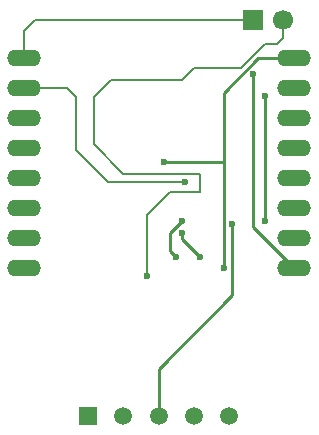
<source format=gbl>
G04 #@! TF.GenerationSoftware,KiCad,Pcbnew,9.0.2*
G04 #@! TF.CreationDate,2025-07-08T18:24:21-03:00*
G04 #@! TF.ProjectId,BottomBoardCam,426f7474-6f6d-4426-9f61-726443616d2e,rev?*
G04 #@! TF.SameCoordinates,Original*
G04 #@! TF.FileFunction,Copper,L2,Bot*
G04 #@! TF.FilePolarity,Positive*
%FSLAX46Y46*%
G04 Gerber Fmt 4.6, Leading zero omitted, Abs format (unit mm)*
G04 Created by KiCad (PCBNEW 9.0.2) date 2025-07-08 18:24:21*
%MOMM*%
%LPD*%
G01*
G04 APERTURE LIST*
G04 #@! TA.AperFunction,ComponentPad*
%ADD10C,1.520000*%
G04 #@! TD*
G04 #@! TA.AperFunction,ComponentPad*
%ADD11R,1.520000X1.520000*%
G04 #@! TD*
G04 #@! TA.AperFunction,ComponentPad*
%ADD12R,1.700000X1.700000*%
G04 #@! TD*
G04 #@! TA.AperFunction,ComponentPad*
%ADD13C,1.700000*%
G04 #@! TD*
G04 #@! TA.AperFunction,ComponentPad*
%ADD14O,2.844800X1.422400*%
G04 #@! TD*
G04 #@! TA.AperFunction,ViaPad*
%ADD15C,0.600000*%
G04 #@! TD*
G04 #@! TA.AperFunction,Conductor*
%ADD16C,0.250000*%
G04 #@! TD*
G04 #@! TA.AperFunction,Conductor*
%ADD17C,0.200000*%
G04 #@! TD*
G04 APERTURE END LIST*
D10*
X162500000Y-105960000D03*
X159500000Y-105960000D03*
X156500000Y-105960000D03*
X153500000Y-105960000D03*
D11*
X150500000Y-105960000D03*
D12*
X164460000Y-72500000D03*
D13*
X167000000Y-72500000D03*
D14*
X145140000Y-75720000D03*
X145140000Y-78260000D03*
X145140000Y-80800000D03*
X145140000Y-83340000D03*
X145140000Y-85880000D03*
X145140000Y-88420000D03*
X145140000Y-90960000D03*
X145140000Y-93500000D03*
X168000000Y-93500000D03*
X168000000Y-90960000D03*
X168000000Y-88420000D03*
X168000000Y-85880000D03*
X168000000Y-83340000D03*
X168000000Y-80800000D03*
X168000000Y-78260000D03*
X168000000Y-75720000D03*
D15*
X162750000Y-89750000D03*
X165500000Y-89500000D03*
X165512621Y-78856288D03*
X158500000Y-89500000D03*
X158500000Y-90500000D03*
X160000000Y-92500000D03*
X158000000Y-92500000D03*
X158705000Y-86205000D03*
X164500000Y-77000000D03*
X155487142Y-94155487D03*
X157000000Y-84500000D03*
X162000000Y-93500000D03*
D16*
X162750000Y-89750000D02*
X162750000Y-95750000D01*
X162750000Y-95750000D02*
X156500000Y-102000000D01*
X156500000Y-102000000D02*
X156500000Y-105960000D01*
X165512621Y-89487379D02*
X165500000Y-89500000D01*
X165512621Y-78856288D02*
X165512621Y-89487379D01*
X160000000Y-92500000D02*
X158500000Y-91000000D01*
X158500000Y-91000000D02*
X158500000Y-90500000D01*
X158000000Y-92500000D02*
X157500000Y-92000000D01*
X157500000Y-92000000D02*
X157500000Y-90500000D01*
X157500000Y-90500000D02*
X158500000Y-89500000D01*
D17*
X148760000Y-78260000D02*
X145140000Y-78260000D01*
X149500000Y-83500000D02*
X149500000Y-79000000D01*
X152205000Y-86205000D02*
X149500000Y-83500000D01*
X149500000Y-79000000D02*
X148760000Y-78260000D01*
X158705000Y-86205000D02*
X152205000Y-86205000D01*
D16*
X164500000Y-90000000D02*
X168000000Y-93500000D01*
X164500000Y-77000000D02*
X164500000Y-90000000D01*
D17*
X151000000Y-79000000D02*
X152500000Y-77500000D01*
X166500000Y-74500000D02*
X167000000Y-74000000D01*
X158500000Y-77500000D02*
X159500000Y-76500000D01*
X160000000Y-87000000D02*
X160000000Y-85500000D01*
X159500000Y-76500000D02*
X163512248Y-76500000D01*
X155487142Y-89012858D02*
X157500000Y-87000000D01*
X163756124Y-76243876D02*
X165500000Y-74500000D01*
X153500000Y-85500000D02*
X151000000Y-83000000D01*
X151000000Y-83000000D02*
X151000000Y-79000000D01*
X163756124Y-76256124D02*
X163756124Y-76243876D01*
X167000000Y-74000000D02*
X167000000Y-72500000D01*
X155487142Y-94155487D02*
X155487142Y-89012858D01*
X157500000Y-87000000D02*
X160000000Y-87000000D01*
X152500000Y-77500000D02*
X158500000Y-77500000D01*
X160000000Y-85500000D02*
X153500000Y-85500000D01*
X165500000Y-74500000D02*
X166500000Y-74500000D01*
X163512248Y-76500000D02*
X163756124Y-76256124D01*
D16*
X164894702Y-75720000D02*
X168000000Y-75720000D01*
X162000000Y-78614702D02*
X164894702Y-75720000D01*
X162000000Y-84500000D02*
X162000000Y-78614702D01*
X162000000Y-84500000D02*
X157000000Y-84500000D01*
X162000000Y-93500000D02*
X162000000Y-84500000D01*
D17*
X146000000Y-72500000D02*
X164460000Y-72500000D01*
X145140000Y-75720000D02*
X145140000Y-73360000D01*
X145140000Y-73360000D02*
X146000000Y-72500000D01*
M02*

</source>
